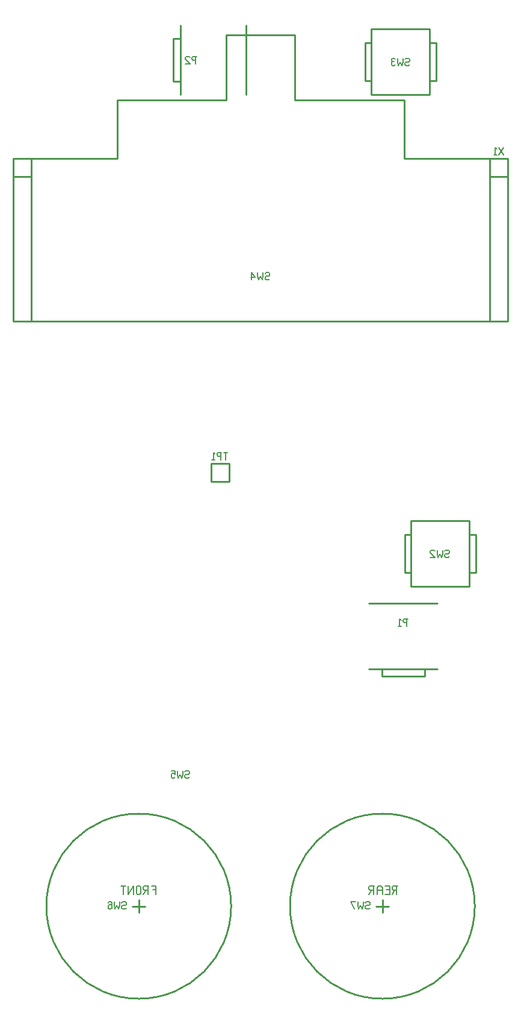
<source format=gbr>
G04 start of page 9 for group -4078 idx -4078 *
G04 Title: (unknown), bottomsilk *
G04 Creator: pcb 20140316 *
G04 CreationDate: Tue 22 Aug 2017 02:05:26 AM GMT UTC *
G04 For: railfan *
G04 Format: Gerber/RS-274X *
G04 PCB-Dimensions (mil): 2750.00 5500.00 *
G04 PCB-Coordinate-Origin: lower left *
%MOIN*%
%FSLAX25Y25*%
%LNBOTTOMSILK*%
%ADD128C,0.0080*%
%ADD127C,0.0100*%
G54D127*X201500Y55000D02*X208500D01*
X205000Y58500D02*Y51500D01*
X66500Y55000D02*X73500D01*
X70000Y58500D02*Y51500D01*
G54D128*X211060Y66280D02*X213500D01*
X211060D02*X210450Y65670D01*
Y64450D02*Y65670D01*
X211060Y63840D02*X210450Y64450D01*
X211060Y63840D02*X212890D01*
Y61400D02*Y66280D01*
X211914Y63840D02*X210450Y61400D01*
X207156Y64084D02*X208986D01*
X206546Y61400D02*X208986D01*
Y66280D01*
X206546D02*X208986D01*
X205082Y61400D02*Y65060D01*
X204228Y66280D01*
X202886D02*X204228D01*
X202886D02*X202032Y65060D01*
Y61400D02*Y65060D01*
Y63840D02*X205082D01*
X198128Y66280D02*X200568D01*
X198128D02*X197518Y65670D01*
Y64450D02*Y65670D01*
X198128Y63840D02*X197518Y64450D01*
X198128Y63840D02*X199958D01*
Y61400D02*Y66280D01*
X198982Y63840D02*X197518Y61400D01*
X79500D02*Y66280D01*
X77060D02*X79500D01*
X77670Y64084D02*X79500D01*
X73156Y66280D02*X75596D01*
X73156D02*X72546Y65670D01*
Y64450D02*Y65670D01*
X73156Y63840D02*X72546Y64450D01*
X73156Y63840D02*X74986D01*
Y61400D02*Y66280D01*
X74010Y63840D02*X72546Y61400D01*
X71082Y62010D02*Y65670D01*
X70472Y66280D01*
X69252D02*X70472D01*
X69252D02*X68642Y65670D01*
Y62010D02*Y65670D01*
X69252Y61400D02*X68642Y62010D01*
X69252Y61400D02*X70472D01*
X71082Y62010D02*X70472Y61400D01*
X67178D02*Y66280D01*
X64128Y61400D01*
Y66280D01*
X60224D02*X62664D01*
X61444Y61400D02*Y66280D01*
G54D127*X197406Y222441D02*X235594D01*
X197406Y186220D02*X235594D01*
X204689Y182283D02*X228311D01*
Y186220D02*Y182283D01*
X204689Y186220D02*Y182283D01*
X253100Y268100D02*Y231900D01*
X220900Y268100D02*X253100D01*
X220900D02*Y231900D01*
X253100D01*
X256700Y260600D02*Y239400D01*
X217300Y260600D02*Y239400D01*
X253100D02*X256700D01*
X253100Y260600D02*X256700D01*
X217300Y239400D02*X220900D01*
X217300Y260600D02*X220900D01*
X231100Y540100D02*Y503900D01*
X198900Y540100D02*X231100D01*
X198900D02*Y503900D01*
X231100D01*
X234700Y532600D02*Y511400D01*
X195300Y532600D02*Y511400D01*
X231100D02*X234700D01*
X231100Y532600D02*X234700D01*
X195300Y511400D02*X198900D01*
X195300Y532600D02*X198900D01*
X129441Y503906D02*Y542094D01*
X93220Y503906D02*Y542094D01*
X89283Y511189D02*Y534811D01*
Y511189D02*X93220D01*
X89283Y534811D02*X93220D01*
X500Y468500D02*Y458500D01*
X10500D01*
X500Y468500D02*X10500D01*
X500D02*Y378500D01*
X10500Y468500D02*Y378500D01*
X264500Y468500D02*Y458500D01*
X274500D01*
X264500Y468500D02*X274500D01*
X264500D02*Y378500D01*
X274500Y468500D02*Y378500D01*
X500Y468500D02*X58000D01*
X500Y378500D02*X274500D01*
X58000Y501000D02*X118500D01*
X58000D02*Y468500D01*
X156500Y501000D02*X217000D01*
X118500Y537000D02*X156500D01*
X118500D02*Y501000D01*
X156500Y537000D02*Y501000D01*
X217000D02*Y468500D01*
X274500D01*
X110000Y300000D02*X120000D01*
Y290000D02*Y300000D01*
X110000Y290000D02*X120000D01*
X110000D02*Y300000D01*
X205000Y3819D02*G75*G03X205000Y3819I0J51181D01*G01*
X70000D02*G75*G03X70000Y3819I0J51181D01*G01*
G54D128*X240000Y252000D02*X239500Y251500D01*
X240000Y252000D02*X241500D01*
X242000Y251500D02*X241500Y252000D01*
X242000Y250500D02*Y251500D01*
Y250500D02*X241500Y250000D01*
X240000D02*X241500D01*
X240000D02*X239500Y249500D01*
Y248500D02*Y249500D01*
X240000Y248000D02*X239500Y248500D01*
X240000Y248000D02*X241500D01*
X242000Y248500D02*X241500Y248000D01*
X238300Y250000D02*Y252000D01*
Y250000D02*X237800Y248000D01*
X236800Y250000D01*
X235800Y248000D01*
X235300Y250000D01*
Y252000D01*
X234100Y251500D02*X233600Y252000D01*
X232100D02*X233600D01*
X232100D02*X231600Y251500D01*
Y250500D02*Y251500D01*
X234100Y248000D02*X231600Y250500D01*
Y248000D02*X234100D01*
X140500Y405500D02*X140000Y405000D01*
X140500Y405500D02*X142000D01*
X142500Y405000D02*X142000Y405500D01*
X142500Y404000D02*Y405000D01*
Y404000D02*X142000Y403500D01*
X140500D02*X142000D01*
X140500D02*X140000Y403000D01*
Y402000D02*Y403000D01*
X140500Y401500D02*X140000Y402000D01*
X140500Y401500D02*X142000D01*
X142500Y402000D02*X142000Y401500D01*
X138800Y403500D02*Y405500D01*
Y403500D02*X138300Y401500D01*
X137300Y403500D01*
X136300Y401500D01*
X135800Y403500D01*
Y405500D01*
X134600Y403000D02*X132600Y405500D01*
X132100Y403000D02*X134600D01*
X132600Y401500D02*Y405500D01*
X117000Y306000D02*X119000D01*
X118000Y302000D02*Y306000D01*
X115300Y302000D02*Y306000D01*
X113800D02*X115800D01*
X113800D02*X113300Y305500D01*
Y304500D02*Y305500D01*
X113800Y304000D02*X113300Y304500D01*
X113800Y304000D02*X115300D01*
X112100Y305200D02*X111300Y306000D01*
Y302000D02*Y306000D01*
X110600Y302000D02*X112100D01*
X272000Y470500D02*X269500Y474500D01*
X272000D02*X269500Y470500D01*
X268300Y473700D02*X267500Y474500D01*
Y470500D02*Y474500D01*
X266800Y470500D02*X268300D01*
X218000Y524000D02*X217500Y523500D01*
X218000Y524000D02*X219500D01*
X220000Y523500D02*X219500Y524000D01*
X220000Y522500D02*Y523500D01*
Y522500D02*X219500Y522000D01*
X218000D02*X219500D01*
X218000D02*X217500Y521500D01*
Y520500D02*Y521500D01*
X218000Y520000D02*X217500Y520500D01*
X218000Y520000D02*X219500D01*
X220000Y520500D02*X219500Y520000D01*
X216300Y522000D02*Y524000D01*
Y522000D02*X215800Y520000D01*
X214800Y522000D01*
X213800Y520000D01*
X213300Y522000D01*
Y524000D01*
X212100Y523500D02*X211600Y524000D01*
X210600D02*X211600D01*
X210600D02*X210100Y523500D01*
X210600Y520000D02*X210100Y520500D01*
X210600Y520000D02*X211600D01*
X212100Y520500D02*X211600Y520000D01*
X210600Y522200D02*X211600D01*
X210100Y522700D02*Y523500D01*
Y520500D02*Y521700D01*
X210600Y522200D01*
X210100Y522700D02*X210600Y522200D01*
X96000Y130000D02*X95500Y129500D01*
X96000Y130000D02*X97500D01*
X98000Y129500D02*X97500Y130000D01*
X98000Y128500D02*Y129500D01*
Y128500D02*X97500Y128000D01*
X96000D02*X97500D01*
X96000D02*X95500Y127500D01*
Y126500D02*Y127500D01*
X96000Y126000D02*X95500Y126500D01*
X96000Y126000D02*X97500D01*
X98000Y126500D02*X97500Y126000D01*
X94300Y128000D02*Y130000D01*
Y128000D02*X93800Y126000D01*
X92800Y128000D01*
X91800Y126000D01*
X91300Y128000D01*
Y130000D01*
X88100D02*X90100D01*
Y128000D02*Y130000D01*
Y128000D02*X89600Y128500D01*
X88600D02*X89600D01*
X88600D02*X88100Y128000D01*
Y126500D02*Y128000D01*
X88600Y126000D02*X88100Y126500D01*
X88600Y126000D02*X89600D01*
X90100Y126500D02*X89600Y126000D01*
X218500Y210000D02*Y214000D01*
X217000D02*X219000D01*
X217000D02*X216500Y213500D01*
Y212500D02*Y213500D01*
X217000Y212000D02*X216500Y212500D01*
X217000Y212000D02*X218500D01*
X215300Y213200D02*X214500Y214000D01*
Y210000D02*Y214000D01*
X213800Y210000D02*X215300D01*
X196000Y57500D02*X195500Y57000D01*
X196000Y57500D02*X197500D01*
X198000Y57000D02*X197500Y57500D01*
X198000Y56000D02*Y57000D01*
Y56000D02*X197500Y55500D01*
X196000D02*X197500D01*
X196000D02*X195500Y55000D01*
Y54000D02*Y55000D01*
X196000Y53500D02*X195500Y54000D01*
X196000Y53500D02*X197500D01*
X198000Y54000D02*X197500Y53500D01*
X194300Y55500D02*Y57500D01*
Y55500D02*X193800Y53500D01*
X192800Y55500D01*
X191800Y53500D01*
X191300Y55500D01*
Y57500D01*
X189600Y53500D02*X187600Y57500D01*
X190100D01*
X61000D02*X60500Y57000D01*
X61000Y57500D02*X62500D01*
X63000Y57000D02*X62500Y57500D01*
X63000Y56000D02*Y57000D01*
Y56000D02*X62500Y55500D01*
X61000D02*X62500D01*
X61000D02*X60500Y55000D01*
Y54000D02*Y55000D01*
X61000Y53500D02*X60500Y54000D01*
X61000Y53500D02*X62500D01*
X63000Y54000D02*X62500Y53500D01*
X59300Y55500D02*Y57500D01*
Y55500D02*X58800Y53500D01*
X57800Y55500D01*
X56800Y53500D01*
X56300Y55500D01*
Y57500D01*
X53600D02*X53100Y57000D01*
X53600Y57500D02*X54600D01*
X55100Y57000D02*X54600Y57500D01*
X55100Y54000D02*Y57000D01*
Y54000D02*X54600Y53500D01*
X53600Y55700D02*X53100Y55200D01*
X53600Y55700D02*X55100D01*
X53600Y53500D02*X54600D01*
X53600D02*X53100Y54000D01*
Y55200D01*
X101500Y521000D02*Y525000D01*
X100000D02*X102000D01*
X100000D02*X99500Y524500D01*
Y523500D02*Y524500D01*
X100000Y523000D02*X99500Y523500D01*
X100000Y523000D02*X101500D01*
X98300Y524500D02*X97800Y525000D01*
X96300D02*X97800D01*
X96300D02*X95800Y524500D01*
Y523500D02*Y524500D01*
X98300Y521000D02*X95800Y523500D01*
Y521000D02*X98300D01*
M02*

</source>
